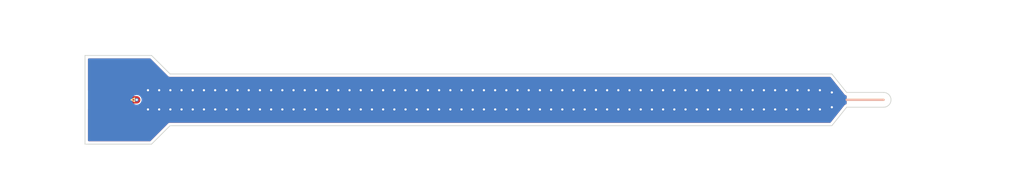
<source format=kicad_pcb>
(kicad_pcb (version 20211014) (generator pcbnew)
  (layers (0 "F.Cu" signal) (1 "In1.Cu" signal) (2 "In2.Cu" signal) (31 "B.Cu" signal) (34 "B.Paste" user) (35 "F.Paste" user) (36 "B.SilkS" user "B.Silkscreen") (37 "F.SilkS" user "F.Silkscreen") (38 "B.Mask" user) (39 "F.Mask" user) (44 "Edge.Cuts" user))
  (net 0 "")
  (net 1 "/signal")
  (net 2 "GND")
  (footprint "Connector_Coaxial:SMA_Amphenol_132289_EdgeMount" (layer "F.Cu") (at 101 136 180)
    (fp_text reference "J1" hide)
    (fp_text value "Conn_Coaxial" hide)
    (fp_line (start -3.71 -0.25) (end -3.71 0.25) (layer "F.SilkS") (width 0.12))
    (fp_line (start -3.71 0.25) (end -3.21 0) (layer "F.SilkS") (width 0.12))
    (fp_line (start -3.21 0) (end -3.71 -0.25) (layer "F.SilkS") (width 0.12))
    (pad "1" smd rect (at 0 0 270) (size 1.5 5.08) (layers "F.Cu" "F.Paste" "F.Mask") (net 1 "/signal"))
    (pad "2" smd rect (at 0 4.25 270) (size 1.5 5.08) (layers "F.Cu" "F.Paste" "F.Mask") (net 2 "GND"))
    (pad "2" smd rect (at 0 -4.25 270) (size 1.5 5.08) (layers "F.Cu" "F.Paste" "F.Mask") (net 2 "GND"))
    (pad "2" smd rect (at 0 4.25 270) (size 1.5 5.08) (layers "B.Cu" "B.Paste" "B.Mask") (net 2 "GND"))
    (pad "2" smd rect (at 0 -4.25 270) (size 1.5 5.08) (layers "B.Cu" "B.Paste" "B.Mask") (net 2 "GND"))
  )
  (gr_line (start 206 136) (end 201 136) (layer "B.SilkS") (width 0.3))
  (gr_line (start 206 136) (end 201 136) (layer "F.SilkS") (width 0.3))
  (gr_line (start 98 130) (end 98 142) (layer "Edge.Cuts") (width 0.1))
  (gr_line (start 199 132.5) (end 109.5 132.5) (layer "Edge.Cuts") (width 0.1))
  (gr_line (start 199 139.5) (end 201 137) (layer "Edge.Cuts") (width 0.1))
  (gr_line (start 109.5 132.5) (end 107 130) (layer "Edge.Cuts") (width 0.1))
  (gr_line (start 199 139.5) (end 109.5 139.5) (layer "Edge.Cuts") (width 0.1))
  (gr_line (start 107 130) (end 98 130) (layer "Edge.Cuts") (width 0.1))
  (gr_line (start 201 135) (end 206 135) (layer "Edge.Cuts") (width 0.1))
  (gr_line (start 98 142) (end 107 142) (layer "Edge.Cuts") (width 0.1))
  (gr_line (start 206 137) (end 201 137) (layer "Edge.Cuts") (width 0.1))
  (gr_line (start 199 132.5) (end 201 135) (layer "Edge.Cuts") (width 0.1))
  (gr_arc (start 206 135) (mid 207 136) (end 206 137) (layer "Edge.Cuts") (width 0.1))
  (gr_line (start 107 142) (end 109.5 139.5) (layer "Edge.Cuts") (width 0.1))
  (segment (start 101 136) (end 105 136) (width 1) (layer "F.Cu") (net 1))
  (via (at 105 136) (size 0.5) (drill 0.3) (layers "F.Cu" "B.Cu") (net 1))
  (via (at 136.804838 137.3) (size 0.5) (drill 0.3) (layers "F.Cu" "B.Cu") (net 2))
  (via (at 120.145161 137.3) (size 0.5) (drill 0.3) (layers "F.Cu" "B.Cu") (net 2))
  (via (at 173.153225 134.7) (size 0.5) (drill 0.3) (layers "F.Cu" "B.Cu") (net 2))
  (via (at 199 135) (size 0.5) (drill 0.3) (layers "F.Cu" "B.Cu") (net 2))
  (via (at 145.891935 134.7) (size 0.5) (drill 0.3) (layers "F.Cu" "B.Cu") (net 2))
  (via (at 164.066129 134.7) (size 0.5) (drill 0.3) (layers "F.Cu" "B.Cu") (net 2))
  (via (at 167.095161 137.3) (size 0.5) (drill 0.3) (layers "F.Cu" "B.Cu") (net 2))
  (via (at 141.348387 137.3) (size 0.5) (drill 0.3) (layers "F.Cu" "B.Cu") (net 2))
  (via (at 130.746774 134.7) (size 0.5) (drill 0.3) (layers "F.Cu" "B.Cu") (net 2))
  (via (at 118.630645 137.3) (size 0.5) (drill 0.3) (layers "F.Cu" "B.Cu") (net 2))
  (via (at 162.551612 137.3) (size 0.5) (drill 0.3) (layers "F.Cu" "B.Cu") (net 2))
  (via (at 112.57258 137.3) (size 0.5) (drill 0.3) (layers "F.Cu" "B.Cu") (net 2))
  (via (at 139.83387 134.7) (size 0.5) (drill 0.3) (layers "F.Cu" "B.Cu") (net 2))
  (via (at 118.630645 134.7) (size 0.5) (drill 0.3) (layers "F.Cu" "B.Cu") (net 2))
  (via (at 132.26129 134.7) (size 0.5) (drill 0.3) (layers "F.Cu" "B.Cu") (net 2))
  (via (at 186.78387 137.3) (size 0.5) (drill 0.3) (layers "F.Cu" "B.Cu") (net 2))
  (via (at 120.145161 134.7) (size 0.5) (drill 0.3) (layers "F.Cu" "B.Cu") (net 2))
  (via (at 132.26129 137.3) (size 0.5) (drill 0.3) (layers "F.Cu" "B.Cu") (net 2))
  (via (at 161.037096 137.3) (size 0.5) (drill 0.3) (layers "F.Cu" "B.Cu") (net 2))
  (via (at 158.008064 137.3) (size 0.5) (drill 0.3) (layers "F.Cu" "B.Cu") (net 2))
  (via (at 115.601612 134.7) (size 0.5) (drill 0.3) (layers "F.Cu" "B.Cu") (net 2))
  (via (at 170.124193 137.3) (size 0.5) (drill 0.3) (layers "F.Cu" "B.Cu") (net 2))
  (via (at 197.385483 134.7) (size 0.5) (drill 0.3) (layers "F.Cu" "B.Cu") (net 2))
  (via (at 185.269354 137.3) (size 0.5) (drill 0.3) (layers "F.Cu" "B.Cu") (net 2))
  (via (at 189.812903 134.7) (size 0.5) (drill 0.3) (layers "F.Cu" "B.Cu") (net 2))
  (via (at 183.754838 137.3) (size 0.5) (drill 0.3) (layers "F.Cu" "B.Cu") (net 2))
  (via (at 183.754838 134.7) (size 0.5) (drill 0.3) (layers "F.Cu" "B.Cu") (net 2))
  (via (at 145.891935 137.3) (size 0.5) (drill 0.3) (layers "F.Cu" "B.Cu") (net 2))
  (via (at 173.153225 137.3) (size 0.5) (drill 0.3) (layers "F.Cu" "B.Cu") (net 2))
  (via (at 191.327419 134.7) (size 0.5) (drill 0.3) (layers "F.Cu" "B.Cu") (net 2))
  (via (at 179.21129 137.3) (size 0.5) (drill 0.3) (layers "F.Cu" "B.Cu") (net 2))
  (via (at 124.688709 137.3) (size 0.5) (drill 0.3) (layers "F.Cu" "B.Cu") (net 2))
  (via (at 165.580645 137.3) (size 0.5) (drill 0.3) (layers "F.Cu" "B.Cu") (net 2))
  (via (at 127.717741 137.3) (size 0.5) (drill 0.3) (layers "F.Cu" "B.Cu") (net 2))
  (via (at 124.688709 134.7) (size 0.5) (drill 0.3) (layers "F.Cu" "B.Cu") (net 2))
  (via (at 176.182258 137.3) (size 0.5) (drill 0.3) (layers "F.Cu" "B.Cu") (net 2))
  (via (at 164.066129 137.3) (size 0.5) (drill 0.3) (layers "F.Cu" "B.Cu") (net 2))
  (via (at 109.543548 134.7) (size 0.5) (drill 0.3) (layers "F.Cu" "B.Cu") (net 2))
  (via (at 161.037096 134.7) (size 0.5) (drill 0.3) (layers "F.Cu" "B.Cu") (net 2))
  (via (at 191.327419 137.3) (size 0.5) (drill 0.3) (layers "F.Cu" "B.Cu") (net 2))
  (via (at 182.240322 134.7) (size 0.5) (drill 0.3) (layers "F.Cu" "B.Cu") (net 2))
  (via (at 170.124193 134.7) (size 0.5) (drill 0.3) (layers "F.Cu" "B.Cu") (net 2))
  (via (at 154.979032 134.7) (size 0.5) (drill 0.3) (layers "F.Cu" "B.Cu") (net 2))
  (via (at 153.464516 134.7) (size 0.5) (drill 0.3) (layers "F.Cu" "B.Cu") (net 2))
  (via (at 133.775806 137.3) (size 0.5) (drill 0.3) (layers "F.Cu" "B.Cu") (net 2))
  (via (at 112.57258 134.7) (size 0.5) (drill 0.3) (layers "F.Cu" "B.Cu") (net 2))
  (via (at 117.116129 137.3) (size 0.5) (drill 0.3) (layers "F.Cu" "B.Cu") (net 2))
  (via (at 106.514516 134.7) (size 0.5) (drill 0.3) (layers "F.Cu" "B.Cu") (net 2))
  (via (at 174.667741 134.7) (size 0.5) (drill 0.3) (layers "F.Cu" "B.Cu") (net 2))
  (via (at 142.862903 134.7) (size 0.5) (drill 0.3) (layers "F.Cu" "B.Cu") (net 2))
  (via (at 111.058064 134.7) (size 0.5) (drill 0.3) (layers "F.Cu" "B.Cu") (net 2))
  (via (at 185.269354 134.7) (size 0.5) (drill 0.3) (layers "F.Cu" "B.Cu") (net 2))
  (via (at 147.406451 137.3) (size 0.5) (drill 0.3) (layers "F.Cu" "B.Cu") (net 2))
  (via (at 186.78387 134.7) (size 0.5) (drill 0.3) (layers "F.Cu" "B.Cu") (net 2))
  (via (at 126.203225 134.7) (size 0.5) (drill 0.3) (layers "F.Cu" "B.Cu") (net 2))
  (via (at 115.601612 137.3) (size 0.5) (drill 0.3) (layers "F.Cu" "B.Cu") (net 2))
  (via (at 108.029032 134.7) (size 0.5) (drill 0.3) (layers "F.Cu" "B.Cu") (net 2))
  (via (at 158.008064 134.7) (size 0.5) (drill 0.3) (layers "F.Cu" "B.Cu") (net 2))
  (via (at 167.095161 134.7) (size 0.5) (drill 0.3) (layers "F.Cu" "B.Cu") (net 2))
  (via (at 176.182258 134.7) (size 0.5) (drill 0.3) (layers "F.Cu" "B.Cu") (net 2))
  (via (at 168.609677 137.3) (size 0.5) (drill 0.3) (layers "F.Cu" "B.Cu") (net 2))
  (via (at 133.775806 134.7) (size 0.5) (drill 0.3) (layers "F.Cu" "B.Cu") (net 2))
  (via (at 171.638709 134.7) (size 0.5) (drill 0.3) (layers "F.Cu" "B.Cu") (net 2))
  (via (at 156.493548 134.7) (size 0.5) (drill 0.3) (layers "F.Cu" "B.Cu") (net 2))
  (via (at 114.087096 137.3) (size 0.5) (drill 0.3) (layers "F.Cu" "B.Cu") (net 2))
  (via (at 114.087096 134.7) (size 0.5) (drill 0.3) (layers "F.Cu" "B.Cu") (net 2))
  (via (at 162.551612 134.7) (size 0.5) (drill 0.3) (layers "F.Cu" "B.Cu") (net 2))
  (via (at 106.514516 137.3) (size 0.5) (drill 0.3) (layers "F.Cu" "B.Cu") (net 2))
  (via (at 154.979032 137.3) (size 0.5) (drill 0.3) (layers "F.Cu" "B.Cu") (net 2))
  (via (at 188.298387 137.3) (size 0.5) (drill 0.3) (layers "F.Cu" "B.Cu") (net 2))
  (via (at 130.746774 137.3) (size 0.5) (drill 0.3) (layers "F.Cu" "B.Cu") (net 2))
  (via (at 192.841935 134.7) (size 0.5) (drill 0.3) (layers "F.Cu" "B.Cu") (net 2))
  (via (at 111.058064 137.3) (size 0.5) (drill 0.3) (layers "F.Cu" "B.Cu") (net 2))
  (via (at 135.290322 137.3) (size 0.5) (drill 0.3) (layers "F.Cu" "B.Cu") (net 2))
  (via (at 180.725806 137.3) (size 0.5) (drill 0.3) (layers "F.Cu" "B.Cu") (net 2))
  (via (at 171.638709 137.3) (size 0.5) (drill 0.3) (layers "F.Cu" "B.Cu") (net 2))
  (via (at 144.377419 134.7) (size 0.5) (drill 0.3) (layers "F.Cu" "B.Cu") (net 2))
  (via (at 139.83387 137.3) (size 0.5) (drill 0.3) (layers "F.Cu" "B.Cu") (net 2))
  (via (at 121.659677 137.3) (size 0.5) (drill 0.3) (layers "F.Cu" "B.Cu") (net 2))
  (via (at 156.493548 137.3) (size 0.5) (drill 0.3) (layers "F.Cu" "B.Cu") (net 2))
  (via (at 165.580645 134.7) (size 0.5) (drill 0.3) (layers "F.Cu" "B.Cu") (net 2))
  (via (at 123.174193 134.7) (size 0.5) (drill 0.3) (layers "F.Cu" "B.Cu") (net 2))
  (via (at 117.116129 134.7) (size 0.5) (drill 0.3) (layers "F.Cu" "B.Cu") (net 2))
  (via (at 195.870967 137.3) (size 0.5) (drill 0.3) (layers "F.Cu" "B.Cu") (net 2))
  (via (at 195.870967 134.7) (size 0.5) (drill 0.3) (layers "F.Cu" "B.Cu") (net 2))
  (via (at 141.348387 134.7) (size 0.5) (drill 0.3) (layers "F.Cu" "B.Cu") (net 2))
  (via (at 151.95 134.7) (size 0.5) (drill 0.3) (layers "F.Cu" "B.Cu") (net 2))
  (via (at 192.841935 137.3) (size 0.5) (drill 0.3) (layers "F.Cu" "B.Cu") (net 2))
  (via (at 129.232258 137.3) (size 0.5) (drill 0.3) (layers "F.Cu" "B.Cu") (net 2))
  (via (at 138.319354 137.3) (size 0.5) (drill 0.3) (layers "F.Cu" "B.Cu") (net 2))
  (via (at 179.21129 134.7) (size 0.5) (drill 0.3) (layers "F.Cu" "B.Cu") (net 2))
  (via (at 150.435483 134.7) (size 0.5) (drill 0.3) (layers "F.Cu" "B.Cu") (net 2))
  (via (at 138.319354 134.7) (size 0.5) (drill 0.3) (layers "F.Cu" "B.Cu") (net 2))
  (via (at 182.240322 137.3) (size 0.5) (drill 0.3) (layers "F.Cu" "B.Cu") (net 2))
  (via (at 136.804838 134.7) (size 0.5) (drill 0.3) (layers "F.Cu" "B.Cu") (net 2))
  (via (at 151.95 137.3) (size 0.5) (drill 0.3) (layers "F.Cu" "B.Cu") (net 2))
  (via (at 177.696774 134.7) (size 0.5) (drill 0.3) (layers "F.Cu" "B.Cu") (net 2))
  (via (at 109.543548 137.3) (size 0.5) (drill 0.3) (layers "F.Cu" "B.Cu") (net 2))
  (via (at 159.52258 134.7) (size 0.5) (drill 0.3) (layers "F.Cu" "B.Cu") (net 2))
  (via (at 148.920967 137.3) (size 0.5) (drill 0.3) (layers "F.Cu" "B.Cu") (net 2))
  (via (at 147.406451 134.7) (size 0.5) (drill 0.3) (layers "F.Cu" "B.Cu") (net 2))
  (via (at 108.029032 137.3) (size 0.5) (drill 0.3) (layers "F.Cu" "B.Cu") (net 2))
  (via (at 177.696774 137.3) (size 0.5) (drill 0.3) (layers "F.Cu" "B.Cu") (net 2))
  (via (at 148.920967 134.7) (size 0.5) (drill 0.3) (layers "F.Cu" "B.Cu") (net 2))
  (via (at 129.232258 134.7) (size 0.5) (drill 0.3) (layers "F.Cu" "B.Cu") (net 2))
  (via (at 135.290322 134.7) (size 0.5) (drill 0.3) (layers "F.Cu" "B.Cu") (net 2))
  (via (at 197.385483 137.3) (size 0.5) (drill 0.3) (layers "F.Cu" "B.Cu") (net 2))
  (via (at 150.435483 137.3) (size 0.5) (drill 0.3) (layers "F.Cu" "B.Cu") (net 2))
  (via (at 123.174193 137.3) (size 0.5) (drill 0.3) (layers "F.Cu" "B.Cu") (net 2))
  (via (at 188.298387 134.7) (size 0.5) (drill 0.3) (layers "F.Cu" "B.Cu") (net 2))
  (via (at 153.464516 137.3) (size 0.5) (drill 0.3) (layers "F.Cu" "B.Cu") (net 2))
  (via (at 126.203225 137.3) (size 0.5) (drill 0.3) (layers "F.Cu" "B.Cu") (net 2))
  (via (at 127.717741 134.7) (size 0.5) (drill 0.3) (layers "F.Cu" "B.Cu") (net 2))
  (via (at 199 137) (size 0.5) (drill 0.3) (layers "F.Cu" "B.Cu") (net 2))
  (via (at 121.659677 134.7) (size 0.5) (drill 0.3) (layers "F.Cu" "B.Cu") (net 2))
  (via (at 144.377419 137.3) (size 0.5) (drill 0.3) (layers "F.Cu" "B.Cu") (net 2))
  (via (at 159.52258 137.3) (size 0.5) (drill 0.3) (layers "F.Cu" "B.Cu") (net 2))
  (via (at 174.667741 137.3) (size 0.5) (drill 0.3) (layers "F.Cu" "B.Cu") (net 2))
  (via (at 194.356451 137.3) (size 0.5) (drill 0.3) (layers "F.Cu" "B.Cu") (net 2))
  (via (at 168.609677 134.7) (size 0.5) (drill 0.3) (layers "F.Cu" "B.Cu") (net 2))
  (via (at 180.725806 134.7) (size 0.5) (drill 0.3) (layers "F.Cu" "B.Cu") (net 2))
  (via (at 194.356451 134.7) (size 0.5) (drill 0.3) (layers "F.Cu" "B.Cu") (net 2))
  (via (at 189.812903 137.3) (size 0.5) (drill 0.3) (layers "F.Cu" "B.Cu") (net 2))
  (via (at 142.862903 137.3) (size 0.5) (drill 0.3) (layers "F.Cu" "B.Cu") (net 2))
  (zone (net 2) (net_name "GND") (layers "F.Cu" "In2.Cu" "B.Cu") (connect_pads yes (clearance 0.4)) (min_thickness 0.254) (fill yes (thermal_gap 0.508) (thermal_bridge_width 0.508) (island_removal_mode 1) (island_area_min 0))
    (polygon (pts (xy 225 149) (xy 97.5 149) (xy 97.5 122.5) (xy 225 122.5)))
  )
  (zone (net 0) (net_name "") (layers "F.Cu" "In1.Cu" "In2.Cu" "B.Cu") (connect_pads (clearance 0)) (min_thickness 0.254)
    (keepout (tracks allowed) (vias not_allowed) (pads not_allowed) (copperpour not_allowed) (footprints allowed))
    (fill (thermal_gap 0.508) (thermal_bridge_width 0.508))
    (polygon (pts (xy 208 138) (xy 201 138) (xy 201 134) (xy 208 134)))
  )
)
</source>
